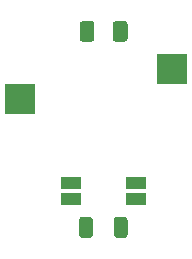
<source format=gbr>
%TF.GenerationSoftware,KiCad,Pcbnew,(5.1.9)-1*%
%TF.CreationDate,2021-02-24T13:10:21+01:00*%
%TF.ProjectId,cell,63656c6c-2e6b-4696-9361-645f70636258,rev?*%
%TF.SameCoordinates,Original*%
%TF.FileFunction,Paste,Bot*%
%TF.FilePolarity,Positive*%
%FSLAX46Y46*%
G04 Gerber Fmt 4.6, Leading zero omitted, Abs format (unit mm)*
G04 Created by KiCad (PCBNEW (5.1.9)-1) date 2021-02-24 13:10:21*
%MOMM*%
%LPD*%
G01*
G04 APERTURE LIST*
%ADD10R,1.700000X1.000000*%
%ADD11R,2.550000X2.500000*%
G04 APERTURE END LIST*
D10*
%TO.C,L1*%
X97000000Y-83700000D03*
X97000000Y-82300000D03*
X102500000Y-83700000D03*
X102500000Y-82300000D03*
%TD*%
D11*
%TO.C,SW1*%
X105592000Y-72670000D03*
X92665000Y-75210000D03*
%TD*%
%TO.C,C1*%
G36*
G01*
X101800000Y-85449999D02*
X101800000Y-86750001D01*
G75*
G02*
X101550001Y-87000000I-249999J0D01*
G01*
X100899999Y-87000000D01*
G75*
G02*
X100650000Y-86750001I0J249999D01*
G01*
X100650000Y-85449999D01*
G75*
G02*
X100899999Y-85200000I249999J0D01*
G01*
X101550001Y-85200000D01*
G75*
G02*
X101800000Y-85449999I0J-249999D01*
G01*
G37*
G36*
G01*
X98850000Y-85449999D02*
X98850000Y-86750001D01*
G75*
G02*
X98600001Y-87000000I-249999J0D01*
G01*
X97949999Y-87000000D01*
G75*
G02*
X97700000Y-86750001I0J249999D01*
G01*
X97700000Y-85449999D01*
G75*
G02*
X97949999Y-85200000I249999J0D01*
G01*
X98600001Y-85200000D01*
G75*
G02*
X98850000Y-85449999I0J-249999D01*
G01*
G37*
%TD*%
%TO.C,D1*%
G36*
G01*
X100550000Y-70125000D02*
X100550000Y-68875000D01*
G75*
G02*
X100800000Y-68625000I250000J0D01*
G01*
X101550000Y-68625000D01*
G75*
G02*
X101800000Y-68875000I0J-250000D01*
G01*
X101800000Y-70125000D01*
G75*
G02*
X101550000Y-70375000I-250000J0D01*
G01*
X100800000Y-70375000D01*
G75*
G02*
X100550000Y-70125000I0J250000D01*
G01*
G37*
G36*
G01*
X97750000Y-70125000D02*
X97750000Y-68875000D01*
G75*
G02*
X98000000Y-68625000I250000J0D01*
G01*
X98750000Y-68625000D01*
G75*
G02*
X99000000Y-68875000I0J-250000D01*
G01*
X99000000Y-70125000D01*
G75*
G02*
X98750000Y-70375000I-250000J0D01*
G01*
X98000000Y-70375000D01*
G75*
G02*
X97750000Y-70125000I0J250000D01*
G01*
G37*
%TD*%
M02*

</source>
